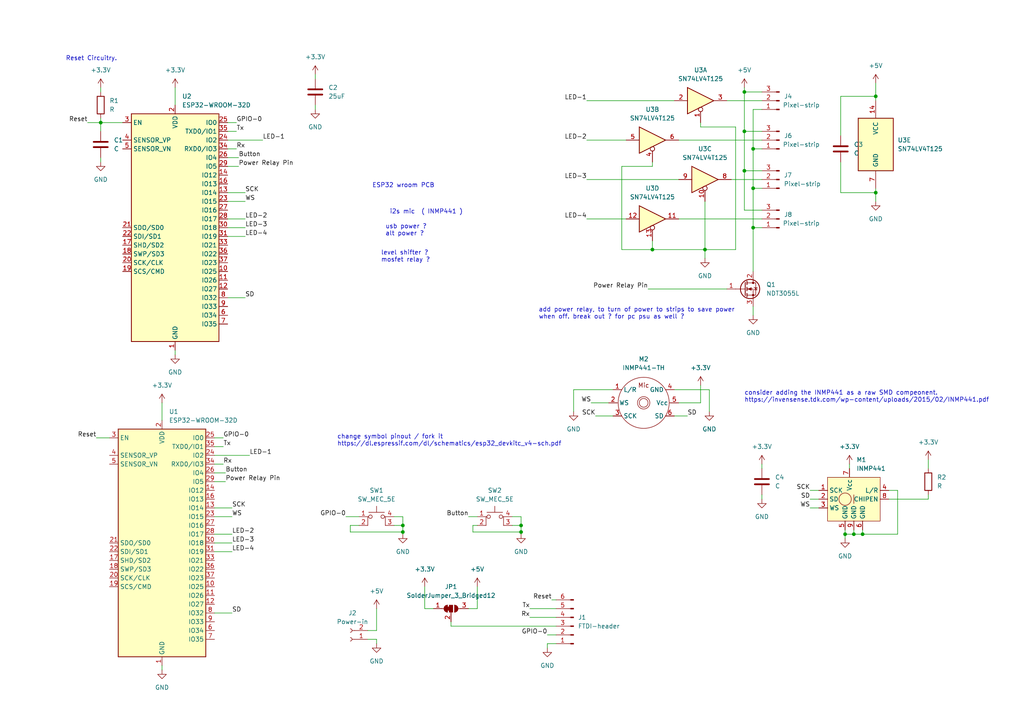
<source format=kicad_sch>
(kicad_sch (version 20211123) (generator eeschema)
  (paper "A4")
  (lib_symbols
    (symbol "74xx:SN74LV4T125" (pin_names (offset 1.016))
      (property "Reference" "U" (at 0 1.27 0))
      (property "Value" "SN74LV4T125" (at 0 -1.27 0))
      (symbol "SN74LV4T125_1_0"
        (polyline (pts (xy -3.81 3.81) (xy -3.81 -3.81) (xy 3.81 0) (xy -3.81 3.81)) (stroke (width 0.254)) (fill (type background)))
        (pin input inverted (at 0 -6.35 90) (length 4.445) (name "~") (number "1"))
        (pin input line (at -7.62 0 0) (length 3.81) (name "~") (number "2"))
        (pin tri_state line (at 7.62 0 180) (length 3.81) (name "~") (number "3"))
      )
      (symbol "SN74LV4T125_2_0"
        (polyline (pts (xy -3.81 3.81) (xy -3.81 -3.81) (xy 3.81 0) (xy -3.81 3.81)) (stroke (width 0.254)) (fill (type background)))
        (pin input inverted (at 0 -6.35 90) (length 4.445) (name "~") (number "4"))
        (pin input line (at -7.62 0 0) (length 3.81) (name "~") (number "5"))
        (pin tri_state line (at 7.62 0 180) (length 3.81) (name "~") (number "6"))
      )
      (symbol "SN74LV4T125_3_0"
        (polyline (pts (xy -3.81 3.81) (xy -3.81 -3.81) (xy 3.81 0) (xy -3.81 3.81)) (stroke (width 0.254)) (fill (type background)))
        (pin input inverted (at 0 -6.35 90) (length 4.445) (name "~") (number "10"))
        (pin tri_state line (at 7.62 0 180) (length 3.81) (name "~") (number "8"))
        (pin input line (at -7.62 0 0) (length 3.81) (name "~") (number "9"))
      )
      (symbol "SN74LV4T125_4_0"
        (polyline (pts (xy -3.81 3.81) (xy -3.81 -3.81) (xy 3.81 0) (xy -3.81 3.81)) (stroke (width 0.254)) (fill (type background)))
        (pin tri_state line (at 7.62 0 180) (length 3.81) (name "~") (number "11"))
        (pin input line (at -7.62 0 0) (length 3.81) (name "~") (number "12"))
        (pin input inverted (at 0 -6.35 90) (length 4.445) (name "~") (number "13"))
      )
      (symbol "SN74LV4T125_5_0"
        (pin power_in line (at 0 12.7 270) (length 5.08) (name "VCC") (number "14"))
        (pin power_in line (at 0 -12.7 90) (length 5.08) (name "GND") (number "7"))
      )
      (symbol "SN74LV4T125_5_1"
        (rectangle (start -5.08 7.62) (end 5.08 -7.62) (stroke (width 0.254)) (fill (type background)))
      )
    )
    (symbol "Connector:Conn_01x02_Female" (pin_names (offset 1.016) hide)
      (property "Reference" "J" (at 0 2.54 0))
      (property "Value" "Conn_01x02_Female" (at 0 -5.08 0))
      (symbol "Conn_01x02_Female_1_1"
        (arc (start 0 -2.032) (mid -0.508 -2.54) (end 0 -3.048) (stroke (width 0.1524)))
        (polyline (pts (xy -1.27 -2.54) (xy -0.508 -2.54)) (stroke (width 0.1524)))
        (polyline (pts (xy -1.27 0) (xy -0.508 0)) (stroke (width 0.1524)))
        (arc (start 0 0.508) (mid -0.508 0) (end 0 -0.508) (stroke (width 0.1524)))
        (pin passive line (at -5.08 0 0) (length 3.81) (name "Pin_1") (number "1"))
        (pin passive line (at -5.08 -2.54 0) (length 3.81) (name "Pin_2") (number "2"))
      )
    )
    (symbol "Connector:Conn_01x03_Male" (pin_names (offset 1.016) hide)
      (property "Reference" "J" (at 0 5.08 0))
      (property "Value" "Conn_01x03_Male" (at 0 -5.08 0))
      (symbol "Conn_01x03_Male_1_1"
        (polyline (pts (xy 1.27 -2.54) (xy 0.8636 -2.54)) (stroke (width 0.1524)))
        (polyline (pts (xy 1.27 0) (xy 0.8636 0)) (stroke (width 0.1524)))
        (polyline (pts (xy 1.27 2.54) (xy 0.8636 2.54)) (stroke (width 0.1524)))
        (rectangle (start 0.8636 -2.413) (end 0 -2.667) (stroke (width 0.1524)) (fill (type outline)))
        (rectangle (start 0.8636 0.127) (end 0 -0.127) (stroke (width 0.1524)) (fill (type outline)))
        (rectangle (start 0.8636 2.667) (end 0 2.413) (stroke (width 0.1524)) (fill (type outline)))
        (pin passive line (at 5.08 2.54 180) (length 3.81) (name "Pin_1") (number "1"))
        (pin passive line (at 5.08 0 180) (length 3.81) (name "Pin_2") (number "2"))
        (pin passive line (at 5.08 -2.54 180) (length 3.81) (name "Pin_3") (number "3"))
      )
    )
    (symbol "Connector:Conn_01x06_Male" (pin_names (offset 1.016) hide)
      (property "Reference" "J" (at 0 7.62 0))
      (property "Value" "Conn_01x06_Male" (at 0 -10.16 0))
      (symbol "Conn_01x06_Male_1_1"
        (polyline (pts (xy 1.27 -7.62) (xy 0.8636 -7.62)) (stroke (width 0.1524)))
        (polyline (pts (xy 1.27 -5.08) (xy 0.8636 -5.08)) (stroke (width 0.1524)))
        (polyline (pts (xy 1.27 -2.54) (xy 0.8636 -2.54)) (stroke (width 0.1524)))
        (polyline (pts (xy 1.27 0) (xy 0.8636 0)) (stroke (width 0.1524)))
        (polyline (pts (xy 1.27 2.54) (xy 0.8636 2.54)) (stroke (width 0.1524)))
        (polyline (pts (xy 1.27 5.08) (xy 0.8636 5.08)) (stroke (width 0.1524)))
        (rectangle (start 0.8636 -7.493) (end 0 -7.747) (stroke (width 0.1524)) (fill (type outline)))
        (rectangle (start 0.8636 -4.953) (end 0 -5.207) (stroke (width 0.1524)) (fill (type outline)))
        (rectangle (start 0.8636 -2.413) (end 0 -2.667) (stroke (width 0.1524)) (fill (type outline)))
        (rectangle (start 0.8636 0.127) (end 0 -0.127) (stroke (width 0.1524)) (fill (type outline)))
        (rectangle (start 0.8636 2.667) (end 0 2.413) (stroke (width 0.1524)) (fill (type outline)))
        (rectangle (start 0.8636 5.207) (end 0 4.953) (stroke (width 0.1524)) (fill (type outline)))
        (pin passive line (at 5.08 5.08 180) (length 3.81) (name "Pin_1") (number "1"))
        (pin passive line (at 5.08 2.54 180) (length 3.81) (name "Pin_2") (number "2"))
        (pin passive line (at 5.08 0 180) (length 3.81) (name "Pin_3") (number "3"))
        (pin passive line (at 5.08 -2.54 180) (length 3.81) (name "Pin_4") (number "4"))
        (pin passive line (at 5.08 -5.08 180) (length 3.81) (name "Pin_5") (number "5"))
        (pin passive line (at 5.08 -7.62 180) (length 3.81) (name "Pin_6") (number "6"))
      )
    )
    (symbol "Device:C" (pin_numbers hide) (pin_names (offset 0.254))
      (property "Reference" "C" (at 0.635 2.54 0))
      (property "Value" "C" (at 0.635 -2.54 0))
      (symbol "C_0_1"
        (polyline (pts (xy -2.032 -0.762) (xy 2.032 -0.762)) (stroke (width 0.508)))
        (polyline (pts (xy -2.032 0.762) (xy 2.032 0.762)) (stroke (width 0.508)))
      )
      (symbol "C_1_1"
        (pin passive line (at 0 3.81 270) (length 2.794) (name "~") (number "1"))
        (pin passive line (at 0 -3.81 90) (length 2.794) (name "~") (number "2"))
      )
    )
    (symbol "Device:R" (pin_numbers hide) (pin_names (offset 0))
      (property "Reference" "R" (at 2.032 0 90))
      (property "Value" "R" (at 0 0 90))
      (symbol "R_0_1"
        (rectangle (start -1.016 -2.54) (end 1.016 2.54) (stroke (width 0.254)))
      )
      (symbol "R_1_1"
        (pin passive line (at 0 3.81 270) (length 1.27) (name "~") (number "1"))
        (pin passive line (at 0 -3.81 90) (length 1.27) (name "~") (number "2"))
      )
    )
    (symbol "INMP441:INMP441"
      (property "Reference" "M" (at 6.35 8.89 0))
      (property "Value" "INMP441" (at 6.35 6.35 0))
      (symbol "INMP441_0_1"
        (rectangle (start -7.62 5.08) (end 7.62 -7.62) (fill (type background)))
        (circle (center -2.54 -1.27) (radius 1.7961))
        (polyline (pts (xy 0 -2.54) (xy 0 0)))
        (polyline (pts (xy 0 0) (xy 0 0)))
      )
      (symbol "INMP441_1_1"
        (pin input line (at -10.16 1.27 0) (length 2.54) (name "SCK") (number "1"))
        (pin input line (at -10.16 -1.27 0) (length 2.54) (name "SD") (number "2"))
        (pin input line (at -10.16 -3.81 0) (length 2.54) (name "WS") (number "3"))
        (pin input line (at 10.16 1.27 180) (length 2.54) (name "L/R") (number "4"))
        (pin power_in line (at -2.54 -10.16 90) (length 2.54) (name "GND") (number "5"))
        (pin power_in line (at 2.54 -10.16 90) (length 2.54) (name "GND") (number "6"))
        (pin power_in line (at -1.27 7.62 270) (length 2.54) (name "Vcc") (number "7"))
        (pin input line (at 10.16 -1.27 180) (length 2.54) (name "CHIPEN") (number "8"))
        (pin power_in line (at 0 -10.16 90) (length 2.54) (name "GND") (number "9"))
      )
    )
    (symbol "INMP441:INMP441-TH"
      (property "Reference" "M1" (at 0.7494 10.16 0))
      (property "Value" "INMP441-TH" (at 0.7494 7.62 0))
      (symbol "INMP441-TH_0_0"
        (text "Mic" (at -39.37 7.62 0) (effects (font (size 1.27 1.27))))
      )
      (symbol "INMP441-TH_0_1"
        (circle (center -39.37 2.54) (radius 1.27))
        (circle (center -39.37 2.54) (radius 1.7961))
        (circle (center -39.37 2.54) (radius 7.4053))
      )
      (symbol "INMP441-TH_1_1"
        (pin input line (at -48.26 6.35 0) (length 2.54) (name "L/R") (number "1"))
        (pin input line (at -49.53 2.54 0) (length 2.54) (name "WS") (number "2"))
        (pin input line (at -48.26 -1.27 0) (length 2.54) (name "SCK") (number "3"))
        (pin power_in line (at -30.48 6.35 180) (length 2.54) (name "GND") (number "4"))
        (pin power_in line (at -29.21 2.54 180) (length 2.54) (name "Vcc") (number "5"))
        (pin input line (at -30.48 -1.27 180) (length 2.54) (name "SD") (number "6"))
      )
    )
    (symbol "Jumper:SolderJumper_3_Bridged12" (pin_names (offset 0) hide)
      (property "Reference" "JP" (at -2.54 -2.54 0))
      (property "Value" "SolderJumper_3_Bridged12" (at 0 2.794 0))
      (symbol "SolderJumper_3_Bridged12_0_1"
        (rectangle (start -1.016 0.508) (end -0.508 -0.508) (fill (type outline)))
        (arc (start -1.016 1.016) (mid -2.032 0) (end -1.016 -1.016))
        (arc (start -1.016 1.016) (mid -2.032 0) (end -1.016 -1.016) (fill (type outline)))
        (rectangle (start -0.508 1.016) (end 0.508 -1.016) (fill (type outline)))
        (polyline (pts (xy -2.54 0) (xy -2.032 0)))
        (polyline (pts (xy -1.016 1.016) (xy -1.016 -1.016)))
        (polyline (pts (xy 0 -1.27) (xy 0 -1.016)))
        (polyline (pts (xy 1.016 1.016) (xy 1.016 -1.016)))
        (polyline (pts (xy 2.54 0) (xy 2.032 0)))
        (arc (start 1.016 -1.016) (mid 2.032 0) (end 1.016 1.016))
        (arc (start 1.016 -1.016) (mid 2.032 0) (end 1.016 1.016) (fill (type outline)))
      )
      (symbol "SolderJumper_3_Bridged12_1_1"
        (pin passive line (at -5.08 0 0) (length 2.54) (name "A") (number "1"))
        (pin passive line (at 0 -3.81 90) (length 2.54) (name "C") (number "2"))
        (pin passive line (at 5.08 0 180) (length 2.54) (name "B") (number "3"))
      )
    )
    (symbol "RF_Module:ESP32-WROOM-32D"
      (property "Reference" "U" (at -12.7 34.29 0))
      (property "Value" "ESP32-WROOM-32D" (at 1.27 34.29 0))
      (symbol "ESP32-WROOM-32D_0_1"
        (rectangle (start -12.7 33.02) (end 12.7 -33.02) (stroke (width 0.254)) (fill (type background)))
      )
      (symbol "ESP32-WROOM-32D_1_1"
        (pin power_in line (at 0 -35.56 90) (length 2.54) (name "GND") (number "1"))
        (pin bidirectional line (at 15.24 -12.7 180) (length 2.54) (name "IO25") (number "10"))
        (pin bidirectional line (at 15.24 -15.24 180) (length 2.54) (name "IO26") (number "11"))
        (pin bidirectional line (at 15.24 -17.78 180) (length 2.54) (name "IO27") (number "12"))
        (pin bidirectional line (at 15.24 10.16 180) (length 2.54) (name "IO14") (number "13"))
        (pin bidirectional line (at 15.24 15.24 180) (length 2.54) (name "IO12") (number "14"))
        (pin passive line (at 0 -35.56 90) (length 2.54) hide (name "GND") (number "15"))
        (pin bidirectional line (at 15.24 12.7 180) (length 2.54) (name "IO13") (number "16"))
        (pin bidirectional line (at -15.24 -5.08 0) (length 2.54) (name "SHD/SD2") (number "17"))
        (pin bidirectional line (at -15.24 -7.62 0) (length 2.54) (name "SWP/SD3") (number "18"))
        (pin bidirectional line (at -15.24 -12.7 0) (length 2.54) (name "SCS/CMD") (number "19"))
        (pin power_in line (at 0 35.56 270) (length 2.54) (name "VDD") (number "2"))
        (pin bidirectional line (at -15.24 -10.16 0) (length 2.54) (name "SCK/CLK") (number "20"))
        (pin bidirectional line (at -15.24 0 0) (length 2.54) (name "SDO/SD0") (number "21"))
        (pin bidirectional line (at -15.24 -2.54 0) (length 2.54) (name "SDI/SD1") (number "22"))
        (pin bidirectional line (at 15.24 7.62 180) (length 2.54) (name "IO15") (number "23"))
        (pin bidirectional line (at 15.24 25.4 180) (length 2.54) (name "IO2") (number "24"))
        (pin bidirectional line (at 15.24 30.48 180) (length 2.54) (name "IO0") (number "25"))
        (pin bidirectional line (at 15.24 20.32 180) (length 2.54) (name "IO4") (number "26"))
        (pin bidirectional line (at 15.24 5.08 180) (length 2.54) (name "IO16") (number "27"))
        (pin bidirectional line (at 15.24 2.54 180) (length 2.54) (name "IO17") (number "28"))
        (pin bidirectional line (at 15.24 17.78 180) (length 2.54) (name "IO5") (number "29"))
        (pin input line (at -15.24 30.48 0) (length 2.54) (name "EN") (number "3"))
        (pin bidirectional line (at 15.24 0 180) (length 2.54) (name "IO18") (number "30"))
        (pin bidirectional line (at 15.24 -2.54 180) (length 2.54) (name "IO19") (number "31"))
        (pin no_connect line (at -12.7 -27.94 0) (length 2.54) hide (name "NC") (number "32"))
        (pin bidirectional line (at 15.24 -5.08 180) (length 2.54) (name "IO21") (number "33"))
        (pin bidirectional line (at 15.24 22.86 180) (length 2.54) (name "RXD0/IO3") (number "34"))
        (pin bidirectional line (at 15.24 27.94 180) (length 2.54) (name "TXD0/IO1") (number "35"))
        (pin bidirectional line (at 15.24 -7.62 180) (length 2.54) (name "IO22") (number "36"))
        (pin bidirectional line (at 15.24 -10.16 180) (length 2.54) (name "IO23") (number "37"))
        (pin passive line (at 0 -35.56 90) (length 2.54) hide (name "GND") (number "38"))
        (pin passive line (at 0 -35.56 90) (length 2.54) hide (name "GND") (number "39"))
        (pin input line (at -15.24 25.4 0) (length 2.54) (name "SENSOR_VP") (number "4"))
        (pin input line (at -15.24 22.86 0) (length 2.54) (name "SENSOR_VN") (number "5"))
        (pin input line (at 15.24 -25.4 180) (length 2.54) (name "IO34") (number "6"))
        (pin input line (at 15.24 -27.94 180) (length 2.54) (name "IO35") (number "7"))
        (pin bidirectional line (at 15.24 -20.32 180) (length 2.54) (name "IO32") (number "8"))
        (pin bidirectional line (at 15.24 -22.86 180) (length 2.54) (name "IO33") (number "9"))
      )
    )
    (symbol "Switch:SW_MEC_5E" (pin_names (offset 1.016) hide)
      (property "Reference" "SW" (at 0.635 5.715 0))
      (property "Value" "SW_MEC_5E" (at 0 -3.175 0))
      (symbol "SW_MEC_5E_0_1"
        (circle (center -1.778 2.54) (radius 0.508))
        (polyline (pts (xy -2.286 3.81) (xy 2.286 3.81)))
        (polyline (pts (xy 0 3.81) (xy 0 5.588)))
        (polyline (pts (xy -2.54 0) (xy -2.54 2.54) (xy -2.286 2.54)))
        (polyline (pts (xy 2.54 0) (xy 2.54 2.54) (xy 2.286 2.54)))
        (circle (center 1.778 2.54) (radius 0.508))
        (pin passive line (at -5.08 2.54 0) (length 2.54) (name "1") (number "1"))
        (pin passive line (at -5.08 0 0) (length 2.54) (name "2") (number "2"))
        (pin passive line (at 5.08 0 180) (length 2.54) (name "K") (number "3"))
        (pin passive line (at 5.08 2.54 180) (length 2.54) (name "A") (number "4"))
      )
    )
    (symbol "Transistor_FET:NDT3055L" (pin_names hide)
      (property "Reference" "Q" (at 5.08 1.905 0))
      (property "Value" "NDT3055L" (at 5.08 0 0))
      (symbol "NDT3055L_0_1"
        (polyline (pts (xy 0.254 0) (xy -2.54 0)))
        (polyline (pts (xy 0.254 1.905) (xy 0.254 -1.905)) (stroke (width 0.254)))
        (polyline (pts (xy 0.762 -1.27) (xy 0.762 -2.286)) (stroke (width 0.254)))
        (polyline (pts (xy 0.762 0.508) (xy 0.762 -0.508)) (stroke (width 0.254)))
        (polyline (pts (xy 0.762 2.286) (xy 0.762 1.27)) (stroke (width 0.254)))
        (polyline (pts (xy 2.54 2.54) (xy 2.54 1.778)))
        (polyline (pts (xy 2.54 -2.54) (xy 2.54 0) (xy 0.762 0)))
        (polyline (pts (xy 0.762 -1.778) (xy 3.302 -1.778) (xy 3.302 1.778) (xy 0.762 1.778)))
        (polyline (pts (xy 1.016 0) (xy 2.032 0.381) (xy 2.032 -0.381) (xy 1.016 0)) (fill (type outline)))
        (polyline (pts (xy 2.794 0.508) (xy 2.921 0.381) (xy 3.683 0.381) (xy 3.81 0.254)))
        (polyline (pts (xy 3.302 0.381) (xy 2.921 -0.254) (xy 3.683 -0.254) (xy 3.302 0.381)))
        (circle (center 1.651 0) (radius 2.794) (stroke (width 0.254)))
        (circle (center 2.54 -1.778) (radius 0.254) (fill (type outline)))
        (circle (center 2.54 1.778) (radius 0.254) (fill (type outline)))
      )
      (symbol "NDT3055L_1_1"
        (pin input line (at -5.08 0 0) (length 2.54) (name "G") (number "1"))
        (pin passive line (at 2.54 5.08 270) (length 2.54) (name "D") (number "2"))
        (pin passive line (at 2.54 -5.08 90) (length 2.54) (name "S") (number "3"))
      )
    )
    (symbol "power:+3.3V" (power) (pin_names (offset 0))
      (property "Value" "+3.3V" (at 0 3.556 0))
      (symbol "+3.3V_0_1"
        (polyline (pts (xy -0.762 1.27) (xy 0 2.54)))
        (polyline (pts (xy 0 0) (xy 0 2.54)))
        (polyline (pts (xy 0 2.54) (xy 0.762 1.27)))
      )
      (symbol "+3.3V_1_1"
        (pin power_in line (at 0 0 90) (length 0) hide (name "+3.3V") (number "1"))
      )
    )
    (symbol "power:+5V" (power) (pin_names (offset 0))
      (property "Value" "+5V" (at 0 3.556 0))
      (symbol "+5V_0_1"
        (polyline (pts (xy -0.762 1.27) (xy 0 2.54)))
        (polyline (pts (xy 0 0) (xy 0 2.54)))
        (polyline (pts (xy 0 2.54) (xy 0.762 1.27)))
      )
      (symbol "+5V_1_1"
        (pin power_in line (at 0 0 90) (length 0) hide (name "+5V") (number "1"))
      )
    )
    (symbol "power:GND" (power) (pin_names (offset 0))
      (property "Value" "GND" (at 0 -3.81 0))
      (symbol "GND_0_1"
        (polyline (pts (xy 0 0) (xy 0 -1.27) (xy 1.27 -1.27) (xy 0 -2.54) (xy -1.27 -1.27) (xy 0 -1.27)))
      )
      (symbol "GND_1_1"
        (pin power_in line (at 0 0 270) (length 0) hide (name "GND") (number "1"))
      )
    )
  )
  (junction (at 29.21 35.56))
  (junction (at 151.13 152.4))
  (junction (at 254 55.88))
  (junction (at 218.44 54.61))
  (junction (at 245.11 154.94))
  (junction (at 215.9 26.67))
  (junction (at 250.19 154.94))
  (junction (at 116.84 154.305))
  (junction (at 215.9 38.1))
  (junction (at 151.13 154.305))
  (junction (at 189.23 72.39))
  (junction (at 116.84 152.4))
  (junction (at 204.47 72.39))
  (junction (at 218.44 66.04))
  (junction (at 247.65 154.94))
  (junction (at 218.44 43.18))
  (junction (at 215.9 49.53))
  (junction (at 254 27.94))
  (wire (pts (xy 215.9 38.1) (xy 220.98 38.1)))
  (wire (pts (xy 203.2 36.83) (xy 213.36 36.83)))
  (wire (pts (xy 189.23 72.39) (xy 189.23 69.85)))
  (wire (pts (xy 135.89 176.53) (xy 138.43 176.53)))
  (wire (pts (xy 204.47 72.39) (xy 204.47 74.93)))
  (wire (pts (xy 62.23 160.02) (xy 67.31 160.02)))
  (wire (pts (xy 101.6 152.4) (xy 104.14 152.4)))
  (wire (pts (xy 195.58 113.03) (xy 205.74 113.03)))
  (wire (pts (xy 218.44 54.61) (xy 220.98 54.61)))
  (wire (pts (xy 246.38 134.62) (xy 246.38 135.89)))
  (wire (pts (xy 135.89 149.86) (xy 138.43 149.86)))
  (wire (pts (xy 66.04 40.64) (xy 76.2 40.64)))
  (wire (pts (xy 215.9 49.53) (xy 215.9 60.96)))
  (wire (pts (xy 212.09 52.07) (xy 220.98 52.07)))
  (wire (pts (xy 172.72 120.65) (xy 177.8 120.65)))
  (wire (pts (xy 254 54.61) (xy 254 55.88)))
  (wire (pts (xy 215.9 26.67) (xy 215.9 38.1)))
  (wire (pts (xy 243.84 39.37) (xy 243.84 27.94)))
  (wire (pts (xy 29.21 34.29) (xy 29.21 35.56)))
  (wire (pts (xy 151.13 149.86) (xy 151.13 152.4)))
  (wire (pts (xy 66.04 45.72) (xy 69.215 45.72)))
  (wire (pts (xy 218.44 31.75) (xy 218.44 43.18)))
  (wire (pts (xy 148.59 149.86) (xy 151.13 149.86)))
  (wire (pts (xy 158.75 186.69) (xy 161.29 186.69)))
  (wire (pts (xy 189.23 48.26) (xy 180.34 48.26)))
  (wire (pts (xy 171.45 116.84) (xy 176.53 116.84)))
  (wire (pts (xy 210.82 29.21) (xy 220.98 29.21)))
  (wire (pts (xy 234.95 142.24) (xy 237.49 142.24)))
  (wire (pts (xy 196.85 63.5) (xy 220.98 63.5)))
  (wire (pts (xy 100.33 149.86) (xy 104.14 149.86)))
  (wire (pts (xy 62.23 127) (xy 64.77 127)))
  (wire (pts (xy 66.04 58.42) (xy 71.12 58.42)))
  (wire (pts (xy 247.65 153.67) (xy 247.65 154.94)))
  (wire (pts (xy 218.44 66.04) (xy 218.44 54.61)))
  (wire (pts (xy 254 24.13) (xy 254 27.94)))
  (wire (pts (xy 250.19 154.94) (xy 250.19 153.67)))
  (wire (pts (xy 170.18 52.07) (xy 196.85 52.07)))
  (wire (pts (xy 220.98 43.18) (xy 218.44 43.18)))
  (wire (pts (xy 245.11 154.94) (xy 245.11 156.21)))
  (wire (pts (xy 138.43 152.4) (xy 137.16 152.4)))
  (wire (pts (xy 254 27.94) (xy 254 29.21)))
  (wire (pts (xy 29.21 35.56) (xy 29.21 38.1)))
  (wire (pts (xy 220.98 134.62) (xy 220.98 135.89)))
  (wire (pts (xy 215.9 38.1) (xy 215.9 49.53)))
  (wire (pts (xy 46.99 116.84) (xy 46.99 121.92)))
  (wire (pts (xy 247.65 154.94) (xy 250.19 154.94)))
  (wire (pts (xy 66.04 48.26) (xy 69.215 48.26)))
  (wire (pts (xy 138.43 176.53) (xy 138.43 170.18)))
  (wire (pts (xy 46.99 193.04) (xy 46.99 194.31)))
  (wire (pts (xy 148.59 152.4) (xy 151.13 152.4)))
  (wire (pts (xy 189.23 46.99) (xy 189.23 48.26)))
  (wire (pts (xy 151.13 154.305) (xy 151.13 154.94)))
  (wire (pts (xy 218.44 88.9) (xy 218.44 91.44)))
  (wire (pts (xy 29.21 25.4) (xy 29.21 26.67)))
  (wire (pts (xy 50.8 25.4) (xy 50.8 30.48)))
  (wire (pts (xy 215.9 49.53) (xy 220.98 49.53)))
  (wire (pts (xy 196.85 40.64) (xy 220.98 40.64)))
  (wire (pts (xy 66.04 63.5) (xy 71.12 63.5)))
  (wire (pts (xy 62.23 154.94) (xy 67.31 154.94)))
  (wire (pts (xy 50.8 101.6) (xy 50.8 102.87)))
  (wire (pts (xy 66.04 38.1) (xy 68.58 38.1)))
  (wire (pts (xy 27.94 127) (xy 31.75 127)))
  (wire (pts (xy 123.19 170.18) (xy 123.19 176.53)))
  (wire (pts (xy 106.68 182.88) (xy 109.22 182.88)))
  (wire (pts (xy 203.2 111.76) (xy 203.2 116.84)))
  (wire (pts (xy 158.75 184.15) (xy 161.29 184.15)))
  (wire (pts (xy 62.23 177.8) (xy 67.31 177.8)))
  (wire (pts (xy 62.23 132.08) (xy 72.39 132.08)))
  (wire (pts (xy 153.67 179.07) (xy 161.29 179.07)))
  (wire (pts (xy 66.04 66.04) (xy 71.12 66.04)))
  (wire (pts (xy 196.85 116.84) (xy 203.2 116.84)))
  (wire (pts (xy 62.23 137.16) (xy 65.405 137.16)))
  (wire (pts (xy 166.37 113.03) (xy 166.37 119.38)))
  (wire (pts (xy 257.81 144.78) (xy 269.24 144.78)))
  (wire (pts (xy 170.18 40.64) (xy 181.61 40.64)))
  (wire (pts (xy 116.84 152.4) (xy 116.84 154.305)))
  (wire (pts (xy 187.96 83.82) (xy 210.82 83.82)))
  (wire (pts (xy 205.74 113.03) (xy 205.74 119.38)))
  (wire (pts (xy 180.34 72.39) (xy 189.23 72.39)))
  (wire (pts (xy 254 55.88) (xy 254 58.42)))
  (wire (pts (xy 62.23 149.86) (xy 67.31 149.86)))
  (wire (pts (xy 101.6 154.305) (xy 116.84 154.305)))
  (wire (pts (xy 161.29 181.61) (xy 130.81 181.61)))
  (wire (pts (xy 218.44 66.04) (xy 218.44 78.74)))
  (wire (pts (xy 116.84 149.86) (xy 116.84 152.4)))
  (wire (pts (xy 204.47 72.39) (xy 189.23 72.39)))
  (wire (pts (xy 29.21 35.56) (xy 35.56 35.56)))
  (wire (pts (xy 101.6 152.4) (xy 101.6 154.305)))
  (wire (pts (xy 260.35 154.94) (xy 250.19 154.94)))
  (wire (pts (xy 269.24 133.35) (xy 269.24 135.89)))
  (wire (pts (xy 62.23 139.7) (xy 65.405 139.7)))
  (wire (pts (xy 62.23 129.54) (xy 64.77 129.54)))
  (wire (pts (xy 170.18 29.21) (xy 195.58 29.21)))
  (wire (pts (xy 25.4 35.56) (xy 29.21 35.56)))
  (wire (pts (xy 66.04 43.18) (xy 68.58 43.18)))
  (wire (pts (xy 234.95 144.78) (xy 237.49 144.78)))
  (wire (pts (xy 109.22 176.53) (xy 109.22 182.88)))
  (wire (pts (xy 151.13 152.4) (xy 151.13 154.305)))
  (wire (pts (xy 123.19 176.53) (xy 125.73 176.53)))
  (wire (pts (xy 109.22 185.42) (xy 109.22 186.69)))
  (wire (pts (xy 260.35 142.24) (xy 260.35 154.94)))
  (wire (pts (xy 91.44 21.59) (xy 91.44 22.86)))
  (wire (pts (xy 137.16 152.4) (xy 137.16 154.305)))
  (wire (pts (xy 204.47 58.42) (xy 204.47 72.39)))
  (wire (pts (xy 153.67 176.53) (xy 161.29 176.53)))
  (wire (pts (xy 62.23 157.48) (xy 67.31 157.48)))
  (wire (pts (xy 66.04 55.88) (xy 71.12 55.88)))
  (wire (pts (xy 234.95 147.32) (xy 237.49 147.32)))
  (wire (pts (xy 218.44 43.18) (xy 218.44 54.61)))
  (wire (pts (xy 213.36 36.83) (xy 213.36 72.39)))
  (wire (pts (xy 177.8 113.03) (xy 166.37 113.03)))
  (wire (pts (xy 66.04 68.58) (xy 71.12 68.58)))
  (wire (pts (xy 257.81 142.24) (xy 260.35 142.24)))
  (wire (pts (xy 215.9 25.4) (xy 215.9 26.67)))
  (wire (pts (xy 243.84 55.88) (xy 254 55.88)))
  (wire (pts (xy 66.04 86.36) (xy 71.12 86.36)))
  (wire (pts (xy 170.18 63.5) (xy 181.61 63.5)))
  (wire (pts (xy 106.68 185.42) (xy 109.22 185.42)))
  (wire (pts (xy 213.36 72.39) (xy 204.47 72.39)))
  (wire (pts (xy 29.21 45.72) (xy 29.21 46.99)))
  (wire (pts (xy 220.98 66.04) (xy 218.44 66.04)))
  (wire (pts (xy 66.04 35.56) (xy 68.58 35.56)))
  (wire (pts (xy 130.81 180.34) (xy 130.81 181.61)))
  (wire (pts (xy 220.98 143.51) (xy 220.98 144.78)))
  (wire (pts (xy 243.84 27.94) (xy 254 27.94)))
  (wire (pts (xy 62.23 147.32) (xy 67.31 147.32)))
  (wire (pts (xy 160.02 173.99) (xy 161.29 173.99)))
  (wire (pts (xy 245.11 153.67) (xy 245.11 154.94)))
  (wire (pts (xy 116.84 154.305) (xy 116.84 154.94)))
  (wire (pts (xy 62.23 134.62) (xy 64.77 134.62)))
  (wire (pts (xy 203.2 35.56) (xy 203.2 36.83)))
  (wire (pts (xy 114.3 152.4) (xy 116.84 152.4)))
  (wire (pts (xy 114.3 149.86) (xy 116.84 149.86)))
  (wire (pts (xy 158.75 187.96) (xy 158.75 186.69)))
  (wire (pts (xy 215.9 26.67) (xy 220.98 26.67)))
  (wire (pts (xy 269.24 144.78) (xy 269.24 143.51)))
  (wire (pts (xy 215.9 60.96) (xy 220.98 60.96)))
  (wire (pts (xy 195.58 120.65) (xy 199.39 120.65)))
  (wire (pts (xy 243.84 46.99) (xy 243.84 55.88)))
  (wire (pts (xy 137.16 154.305) (xy 151.13 154.305)))
  (wire (pts (xy 91.44 30.48) (xy 91.44 31.75)))
  (wire (pts (xy 245.11 154.94) (xy 247.65 154.94)))
  (wire (pts (xy 180.34 48.26) (xy 180.34 72.39)))
  (wire (pts (xy 220.98 31.75) (xy 218.44 31.75)))
  (text "ESP32 wroom PCB" (at 107.95 54.61 0) (effects (font (size 1.27 1.27)) (justify left bottom)))
  (text "consider adding the INMP441 as a raw SMD compeonent.\nhttps://invensense.tdk.com/wp-content/uploads/2015/02/INMP441.pdf" (at 215.9 116.84 0) (effects (font (size 1.27 1.27)) (justify left bottom)))
  (text "level shifter ?\nmosfet relay ? " (at 110.49 76.2 0) (effects (font (size 1.27 1.27)) (justify left bottom)))
  (text "i2s mic  ( INMP441 )\n" (at 113.03 62.23 0) (effects (font (size 1.27 1.27)) (justify left bottom)))
  (text "usb power ? \nalt power ? " (at 111.76 68.58 0) (effects (font (size 1.27 1.27)) (justify left bottom)))
  (text "add power relay, to turn of power to strips to save power\nwhen off. break out ? for pc psu as well ? " (at 156.21 92.71 0) (effects (font (size 1.27 1.27)) (justify left bottom)))
  (text "change symbol pinout / fork it\nhttps://dl.espressif.com/dl/schematics/esp32_devkitc_v4-sch.pdf\n" (at 97.79 129.54 0) (effects (font (size 1.27 1.27)) (justify left bottom)))
  (text "Reset Circuitry." (at 19.05 17.78 0) (effects (font (size 1.27 1.27)) (justify left bottom)))
  (label "Button" (at 65.405 137.16 0))
  (label "SD" (at 67.31 177.8 0))
  (label "LED-3" (at 71.12 66.04 0))
  (label "Button" (at 135.89 149.86 180))
  (label "SCK" (at 172.72 120.65 180))
  (label "Tx" (at 153.67 176.53 180))
  (label "SCK" (at 67.31 147.32 0))
  (label "SD" (at 71.12 86.36 0))
  (label "SCK" (at 234.95 142.24 180))
  (label "SCK" (at 71.12 55.88 0))
  (label "Rx" (at 68.58 43.18 0))
  (label "LED-4" (at 71.12 68.58 0))
  (label "Reset" (at 25.4 35.56 180))
  (label "LED-2" (at 71.12 63.5 0))
  (label "LED-1" (at 72.39 132.08 0))
  (label "Reset" (at 160.02 173.99 180))
  (label "GPIO-0" (at 68.58 35.56 0))
  (label "Reset" (at 27.94 127 180))
  (label "Power Relay Pin" (at 187.96 83.82 180))
  (label "WS" (at 71.12 58.42 0))
  (label "LED-1" (at 76.2 40.64 0))
  (label "WS" (at 234.95 147.32 180))
  (label "WS" (at 67.31 149.86 0))
  (label "LED-3" (at 170.18 52.07 180))
  (label "WS" (at 171.45 116.84 180))
  (label "Rx" (at 64.77 134.62 0))
  (label "Power Relay Pin" (at 65.405 139.7 0))
  (label "LED-1" (at 170.18 29.21 180))
  (label "SD" (at 199.39 120.65 0))
  (label "LED-4" (at 170.18 63.5 180))
  (label "Rx" (at 153.67 179.07 180))
  (label "Tx" (at 68.58 38.1 0))
  (label "LED-2" (at 170.18 40.64 180))
  (label "LED-2" (at 67.31 154.94 0))
  (label "GPIO-0" (at 158.75 184.15 180))
  (label "SD" (at 234.95 144.78 180))
  (label "Button" (at 69.215 45.72 0))
  (label "LED-3" (at 67.31 157.48 0))
  (label "LED-4" (at 67.31 160.02 0))
  (label "GPIO-0" (at 100.33 149.86 180))
  (label "Power Relay Pin" (at 69.215 48.26 0))
  (label "Tx" (at 64.77 129.54 0))
  (label "GPIO-0" (at 64.77 127 0))
  (symbol (lib_id "power:GND") (at 245.11 156.21 0) (unit 1)
    (property "Reference" "#PWR0122" (effects hide))
    (property "Value" "GND" (at 245.11 161.29 0))
  )
  (symbol (lib_id "Transistor_FET:NDT3055L") (at 215.9 83.82 0) (unit 1)
    (property "Reference" "Q1" (at 222.25 82.5499 0) (effects (justify left)))
    (property "Value" "NDT3055L" (at 222.25 85.0899 0) (effects (justify left)))
    (property "Footprint" "Package_TO_SOT_SMD:SOT-223-3_TabPin2" (effects hide))
    (property "Datasheet" "https://www.onsemi.com/pdf/datasheet/ndt3055l-d.pdf" (effects hide))
  )
  (symbol (lib_id "74xx:SN74LV4T125") (at 254 41.91 0) (unit 5)
    (property "Reference" "U3" (at 260.35 40.6399 0) (effects (justify left)))
    (property "Value" "SN74LV4T125" (at 260.35 43.1799 0) (effects (justify left)))
    (property "Footprint" "Package_SO:TSSOP-14_4.4x5mm_P0.65mm" (effects hide))
    (property "Datasheet" "https://www.ti.com/lit/ds/symlink/sn74lv4t125.pdf" (effects hide))
  )
  (symbol (lib_id "Connector:Conn_01x03_Male") (at 226.06 40.64 180) (unit 1)
    (property "Reference" "J6" (at 228.6 39.37 0))
    (property "Value" "Pixel-strip" (at 232.41 41.91 0))
    (property "Footprint" "Connector_PinSocket_2.54mm:PinSocket_1x03_P2.54mm_Vertical" (effects hide))
  )
  (symbol (lib_id "Connector:Conn_01x03_Male") (at 226.06 52.07 180) (unit 1)
    (property "Reference" "J7" (at 227.33 50.7999 0) (effects (justify right)))
    (property "Value" "Pixel-strip" (at 227.33 53.3399 0) (effects (justify right)))
    (property "Footprint" "Connector_PinSocket_2.54mm:PinSocket_1x03_P2.54mm_Vertical" (effects hide))
  )
  (symbol (lib_id "power:+3.3V") (at 91.44 21.59 0) (unit 1)
    (property "Reference" "#PWR0104" (effects hide))
    (property "Value" "+3.3V" (at 91.44 16.51 0))
  )
  (symbol (lib_id "power:+3.3V") (at 203.2 111.76 0) (unit 1)
    (property "Reference" "#PWR0121" (effects hide))
    (property "Value" "+3.3V" (at 203.2 106.68 0))
  )
  (symbol (lib_id "power:+3.3V") (at 29.21 25.4 0) (unit 1)
    (property "Reference" "#PWR0102" (effects hide))
    (property "Value" "+3.3V" (at 29.21 20.32 0))
  )
  (symbol (lib_id "74xx:SN74LV4T125") (at 189.23 63.5 0) (unit 4)
    (property "Reference" "U3" (at 189.23 54.61 0))
    (property "Value" "SN74LV4T125" (at 189.23 57.15 0))
    (property "Footprint" "Package_SO:TSSOP-14_4.4x5mm_P0.65mm" (effects hide))
    (property "Datasheet" "https://www.ti.com/lit/ds/symlink/sn74lv4t125.pdf" (effects hide))
  )
  (symbol (lib_id "power:GND") (at 204.47 74.93 0) (unit 1)
    (property "Reference" "#PWR0116" (effects hide))
    (property "Value" "GND" (at 204.47 80.01 0))
  )
  (symbol (lib_id "power:GND") (at 91.44 31.75 0) (unit 1)
    (property "Reference" "#PWR0105" (effects hide))
    (property "Value" "GND" (at 91.44 36.83 0))
  )
  (symbol (lib_id "power:GND") (at 109.22 186.69 0) (unit 1)
    (property "Reference" "#PWR0109" (effects hide))
    (property "Value" "GND" (at 109.22 191.77 0))
  )
  (symbol (lib_id "Jumper:SolderJumper_3_Bridged12") (at 130.81 176.53 0) (unit 1)
    (property "Reference" "JP1" (at 130.81 170.18 0))
    (property "Value" "SolderJumper_3_Bridged12" (at 130.81 172.72 0))
    (property "Footprint" "Jumper:SolderJumper-3_P1.3mm_Open_RoundedPad1.0x1.5mm" (effects hide))
  )
  (symbol (lib_id "power:GND") (at 166.37 119.38 0) (unit 1)
    (property "Reference" "#PWR0124" (effects hide))
    (property "Value" "GND" (at 166.37 124.46 0))
  )
  (symbol (lib_id "Connector:Conn_01x03_Male") (at 226.06 63.5 180) (unit 1)
    (property "Reference" "J8" (at 228.6 62.23 0))
    (property "Value" "Pixel-strip" (at 232.41 64.77 0))
    (property "Footprint" "Connector_PinSocket_2.54mm:PinSocket_1x03_P2.54mm_Vertical" (effects hide))
  )
  (symbol (lib_id "power:+5V") (at 109.22 176.53 0) (unit 1)
    (property "Reference" "#PWR0108" (effects hide))
    (property "Value" "+5V" (at 109.22 171.45 0))
  )
  (symbol (lib_id "RF_Module:ESP32-WROOM-32D") (at 46.99 157.48 0) (unit 1)
    (property "Reference" "U1" (at 49.0094 119.38 0) (effects (justify left)))
    (property "Value" "ESP32-WROOM-32D" (at 49.0094 121.92 0) (effects (justify left)))
    (property "Footprint" "esp32:ESP32-DEVKITC-32D" (effects hide))
    (property "Datasheet" "https://www.espressif.com/sites/default/files/documentation/esp32-wroom-32d_esp32-wroom-32u_datasheet_en.pdf" (effects hide))
  )
  (symbol (lib_id "Device:C") (at 220.98 139.7 0) (unit 1)
    (property "Reference" "C4" (at 224.79 138.4299 0) (effects (justify left)))
    (property "Value" "C" (at 224.79 140.9699 0) (effects (justify left)))
    (property "Footprint" "Capacitor_SMD:C_0805_2012Metric" (effects hide))
  )
  (symbol (lib_id "power:+3.3V") (at 123.19 170.18 0) (unit 1)
    (property "Reference" "#PWR0111" (effects hide))
    (property "Value" "+3.3V" (at 123.19 165.1 0))
  )
  (symbol (lib_id "power:+5V") (at 215.9 25.4 0) (unit 1)
    (property "Reference" "#PWR0117" (effects hide))
    (property "Value" "+5V" (at 215.9 20.32 0))
  )
  (symbol (lib_id "power:+3.3V") (at 46.99 116.84 0) (unit 1)
    (property "Reference" "#PWR0112" (effects hide))
    (property "Value" "+3.3V" (at 46.99 111.76 0))
  )
  (symbol (lib_id "power:GND") (at 158.75 187.96 0) (unit 1)
    (property "Reference" "#PWR0107" (effects hide))
    (property "Value" "GND" (at 158.75 193.04 0))
  )
  (symbol (lib_id "Device:C") (at 29.21 41.91 0) (unit 1)
    (property "Reference" "C1" (at 33.02 40.6399 0) (effects (justify left)))
    (property "Value" "C" (at 33.02 43.1799 0) (effects (justify left)))
    (property "Footprint" "Capacitor_SMD:C_0805_2012Metric" (effects hide))
  )
  (symbol (lib_id "power:+3.3V") (at 220.98 134.62 0) (unit 1)
    (property "Reference" "#PWR0127" (effects hide))
    (property "Value" "+3.3V" (at 220.98 129.54 0))
  )
  (symbol (lib_id "Device:R") (at 29.21 30.48 0) (unit 1)
    (property "Reference" "R1" (at 31.75 29.2099 0) (effects (justify left)))
    (property "Value" "R" (at 31.75 31.7499 0) (effects (justify left)))
    (property "Footprint" "Resistor_SMD:R_0603_1608Metric" (effects hide))
  )
  (symbol (lib_id "74xx:SN74LV4T125") (at 203.2 29.21 0) (unit 1)
    (property "Reference" "U3" (at 203.2 20.32 0))
    (property "Value" "SN74LV4T125" (at 203.2 22.86 0))
    (property "Footprint" "Package_SO:TSSOP-14_4.4x5mm_P0.65mm" (effects hide))
    (property "Datasheet" "https://www.ti.com/lit/ds/symlink/sn74lv4t125.pdf" (effects hide))
  )
  (symbol (lib_id "power:GND") (at 151.13 154.94 0) (unit 1)
    (property "Reference" "#PWR0114" (effects hide))
    (property "Value" "GND" (at 151.13 160.02 0))
  )
  (symbol (lib_id "INMP441:INMP441") (at 247.65 143.51 0) (unit 1)
    (property "Reference" "M1" (at 248.3994 133.35 0) (effects (justify left)))
    (property "Value" "INMP441" (at 248.3994 135.89 0) (effects (justify left)))
    (property "Footprint" "mic:MIC_DMM-4026-B-I2S-R" (effects hide))
  )
  (symbol (lib_id "power:GND") (at 218.44 91.44 0) (unit 1)
    (property "Reference" "#PWR0120" (effects hide))
    (property "Value" "GND" (at 218.44 96.52 0))
  )
  (symbol (lib_id "power:+3.3V") (at 50.8 25.4 0) (unit 1)
    (property "Reference" "#PWR0103" (effects hide))
    (property "Value" "+3.3V" (at 50.8 20.32 0))
  )
  (symbol (lib_id "power:GND") (at 46.99 194.31 0) (unit 1)
    (property "Reference" "#PWR0113" (effects hide))
    (property "Value" "GND" (at 46.99 199.39 0))
  )
  (symbol (lib_id "Connector:Conn_01x03_Male") (at 226.06 29.21 180) (unit 1)
    (property "Reference" "J4" (at 228.6 27.94 0))
    (property "Value" "Pixel-strip" (at 232.41 30.48 0))
    (property "Footprint" "Connector_PinSocket_2.54mm:PinSocket_1x03_P2.54mm_Vertical" (effects hide))
  )
  (symbol (lib_id "power:GND") (at 254 58.42 0) (unit 1)
    (property "Reference" "#PWR0119" (effects hide))
    (property "Value" "GND" (at 254 63.5 0))
  )
  (symbol (lib_id "power:+3.3V") (at 269.24 133.35 0) (unit 1)
    (property "Reference" "#PWR0126" (effects hide))
    (property "Value" "+3.3V" (at 269.24 128.27 0))
  )
  (symbol (lib_id "INMP441:INMP441-TH") (at 226.06 119.38 0) (unit 1)
    (property "Reference" "M2" (at 186.69 104.14 0))
    (property "Value" "INMP441-TH" (at 186.69 106.68 0))
    (property "Footprint" "mic:MIC_DMM-4026-B-I2S-R-TH" (effects hide))
  )
  (symbol (lib_id "Switch:SW_MEC_5E") (at 143.51 152.4 0) (unit 1)
    (property "Reference" "SW2" (at 143.51 142.24 0))
    (property "Value" "SW_MEC_5E" (at 143.51 144.78 0))
    (property "Footprint" "Button_Switch_THT:SW_PUSH_6mm" (effects hide))
    (property "Datasheet" "http://www.apem.com/int/index.php?controller=attachment&id_attachment=1371" (effects hide))
  )
  (symbol (lib_id "power:+3.3V") (at 246.38 134.62 0) (unit 1)
    (property "Reference" "#PWR0125" (effects hide))
    (property "Value" "+3.3V" (at 246.38 129.54 0))
  )
  (symbol (lib_id "74xx:SN74LV4T125") (at 189.23 40.64 0) (unit 2)
    (property "Reference" "U3" (at 189.23 31.75 0))
    (property "Value" "SN74LV4T125" (at 189.23 34.29 0))
    (property "Footprint" "Package_SO:TSSOP-14_4.4x5mm_P0.65mm" (effects hide))
    (property "Datasheet" "https://www.ti.com/lit/ds/symlink/sn74lv4t125.pdf" (effects hide))
  )
  (symbol (lib_id "RF_Module:ESP32-WROOM-32D") (at 50.8 66.04 0) (unit 1)
    (property "Reference" "U2" (at 52.8194 27.94 0) (effects (justify left)))
    (property "Value" "ESP32-WROOM-32D" (at 52.8194 30.48 0) (effects (justify left)))
    (property "Footprint" "RF_Module:ESP32-WROOM-32" (effects hide))
    (property "Datasheet" "https://www.espressif.com/sites/default/files/documentation/esp32-wroom-32d_esp32-wroom-32u_datasheet_en.pdf" (effects hide))
  )
  (symbol (lib_id "Device:C") (at 91.44 26.67 0) (unit 1)
    (property "Reference" "C2" (at 95.25 25.3999 0) (effects (justify left)))
    (property "Value" "25uF" (at 95.25 27.9399 0) (effects (justify left)))
    (property "Footprint" "Capacitor_SMD:C_0805_2012Metric" (effects hide))
  )
  (symbol (lib_id "power:GND") (at 29.21 46.99 0) (unit 1)
    (property "Reference" "#PWR0101" (effects hide))
    (property "Value" "GND" (at 29.21 52.07 0))
  )
  (symbol (lib_id "Switch:SW_MEC_5E") (at 109.22 152.4 0) (unit 1)
    (property "Reference" "SW1" (at 109.22 142.24 0))
    (property "Value" "SW_MEC_5E" (at 109.22 144.78 0))
    (property "Footprint" "Button_Switch_THT:SW_PUSH_6mm" (effects hide))
    (property "Datasheet" "http://www.apem.com/int/index.php?controller=attachment&id_attachment=1371" (effects hide))
  )
  (symbol (lib_id "power:+5V") (at 138.43 170.18 0) (unit 1)
    (property "Reference" "#PWR0110" (effects hide))
    (property "Value" "+5V" (at 138.43 165.1 0))
  )
  (symbol (lib_id "Connector:Conn_01x02_Female") (at 101.6 185.42 180) (unit 1)
    (property "Reference" "J2" (at 102.235 177.8 0))
    (property "Value" "Power-in" (at 102.235 180.34 0))
    (property "Footprint" "TerminalBlock:TerminalBlock_Altech_AK300-2_P5.00mm" (effects hide))
  )
  (symbol (lib_id "power:GND") (at 205.74 119.38 0) (unit 1)
    (property "Reference" "#PWR0123" (effects hide))
    (property "Value" "GND" (at 205.74 124.46 0))
  )
  (symbol (lib_id "Device:R") (at 269.24 139.7 0) (unit 1)
    (property "Reference" "R2" (at 271.78 138.4299 0) (effects (justify left)))
    (property "Value" "R" (at 271.78 140.9699 0) (effects (justify left)))
    (property "Footprint" "Resistor_SMD:R_0603_1608Metric" (effects hide))
  )
  (symbol (lib_id "power:GND") (at 220.98 144.78 0) (unit 1)
    (property "Reference" "#PWR0128" (effects hide))
    (property "Value" "GND" (at 220.98 149.86 0))
  )
  (symbol (lib_id "Device:C") (at 243.84 43.18 0) (unit 1)
    (property "Reference" "C3" (at 247.65 41.9099 0) (effects (justify left)))
    (property "Value" "C" (at 247.65 44.4499 0) (effects (justify left)))
    (property "Footprint" "Capacitor_SMD:C_0805_2012Metric" (effects hide))
  )
  (symbol (lib_id "74xx:SN74LV4T125") (at 204.47 52.07 0) (unit 3)
    (property "Reference" "U3" (at 204.47 43.18 0))
    (property "Value" "SN74LV4T125" (at 204.47 45.72 0))
    (property "Footprint" "Package_SO:TSSOP-14_4.4x5mm_P0.65mm" (effects hide))
    (property "Datasheet" "https://www.ti.com/lit/ds/symlink/sn74lv4t125.pdf" (effects hide))
  )
  (symbol (lib_id "power:+5V") (at 254 24.13 0) (unit 1)
    (property "Reference" "#PWR0118" (effects hide))
    (property "Value" "+5V" (at 254 19.05 0))
  )
  (symbol (lib_id "power:GND") (at 50.8 102.87 0) (unit 1)
    (property "Reference" "#PWR0106" (effects hide))
    (property "Value" "GND" (at 50.8 107.95 0))
  )
  (symbol (lib_id "power:GND") (at 116.84 154.94 0) (unit 1)
    (property "Reference" "#PWR0115" (effects hide))
    (property "Value" "GND" (at 116.84 160.02 0))
  )
  (symbol (lib_id "Connector:Conn_01x06_Male") (at 166.37 181.61 180) (unit 1)
    (property "Reference" "J1" (at 167.64 179.0699 0) (effects (justify right)))
    (property "Value" "FTDI-header" (at 167.64 181.6099 0) (effects (justify right)))
    (property "Footprint" "Connector_PinSocket_2.54mm:PinSocket_1x06_P2.54mm_Vertical" (effects hide))
  )
)
</source>
